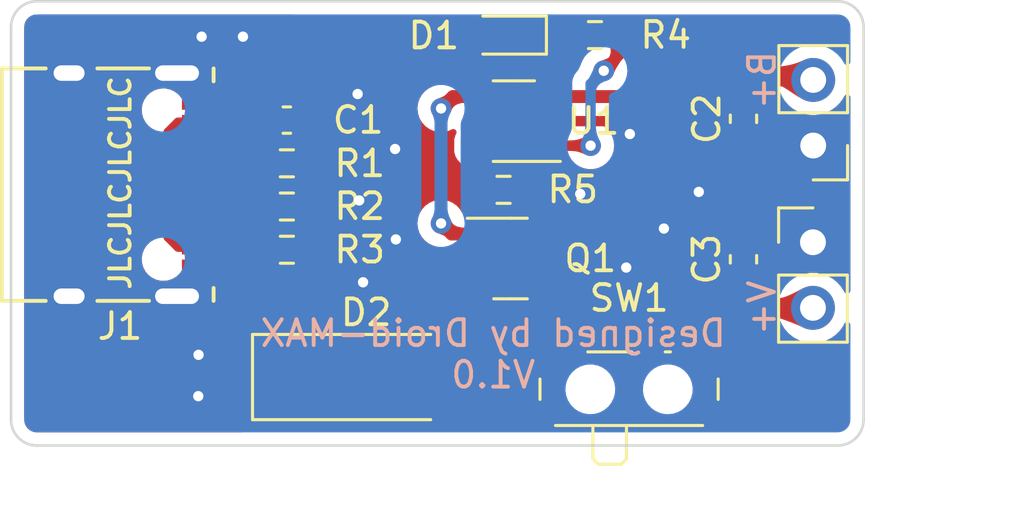
<source format=kicad_pcb>
(kicad_pcb (version 20211014) (generator pcbnew)
  (title_block (title "tmi4054") (date "2022-12-06") (rev "Rev1"))
  (layers (0 "F.Cu" signal) (31 "B.Cu" signal) (34 "B.Paste" user) (35 "F.Paste" user) (36 "B.SilkS" user "B.Silkscreen") (37 "F.SilkS" user "F.Silkscreen") (38 "B.Mask" user) (39 "F.Mask" user) (44 "Edge.Cuts" user))
  (net 0 "")
  (net 1 "Net-(J1-PadA5)")
  (net 2 "GND")
  (net 3 "Net-(J1-PadB5)")
  (net 4 "VCC")
  (net 5 "Net-(D1-Pad1)")
  (net 6 "Net-(R4-Pad2)")
  (net 7 "Net-(R5-Pad2)")
  (net 8 "/VBAT")
  (net 9 "Net-(D2-Pad2)")
  (net 16 "/VOUT")
  (footprint "Capacitor_SMD:C_0603_1608Metric_Pad1.08x0.95mm_HandSolder" (layer "F.Cu") (at 173.36 126.8 -90)
    (fp_text reference "C2" (at 0 1.42 90) (layer "F.SilkS"))
    (fp_text value "10uF")
    (fp_line (start -0.146267 -0.51) (end 0.146267 -0.51) (layer "F.SilkS") (width 0.12))
    (fp_line (start -0.146267 0.51) (end 0.146267 0.51) (layer "F.SilkS") (width 0.12))
    (pad "1" smd roundrect (at -0.8625 0 270) (size 1.075 0.95) (layers "F.Cu" "F.Paste" "F.Mask") (net 8 "/VBAT"))
    (pad "2" smd roundrect (at 0.8625 0 270) (size 1.075 0.95) (layers "F.Cu" "F.Paste" "F.Mask") (net 2 "GND"))
  )
  (footprint "Resistor_SMD:R_0603_1608Metric_Pad0.98x0.95mm_HandSolder" (layer "F.Cu") (at 155.68 131.87)
    (fp_text reference "R3" (at 2.82 0) (layer "F.SilkS"))
    (fp_text value "10K")
    (fp_line (start -0.254724 0.5225) (end 0.254724 0.5225) (layer "F.SilkS") (width 0.12))
    (fp_line (start -0.254724 -0.5225) (end 0.254724 -0.5225) (layer "F.SilkS") (width 0.12))
    (pad "1" smd roundrect (at -0.9125 0) (size 0.975 0.95) (layers "F.Cu" "F.Paste" "F.Mask") (net 4 "VCC"))
    (pad "2" smd roundrect (at 0.9125 0) (size 0.975 0.95) (layers "F.Cu" "F.Paste" "F.Mask") (net 2 "GND"))
  )
  (footprint "Button_Switch_SMD:SW_SPDT_PCM12" (layer "F.Cu") (at 168.93 136.945)
    (fp_text reference "SW1" (at 0 -3.2) (layer "F.SilkS"))
    (fp_text value "SW_SPDT" hide)
    (fp_line (start -0.1 3.02) (end -0.3 3.23) (layer "F.SilkS") (width 0.12))
    (fp_line (start -2.85 1.73) (end 2.85 1.73) (layer "F.SilkS") (width 0.12))
    (fp_line (start 1.4 -1.12) (end 1.6 -1.12) (layer "F.SilkS") (width 0.12))
    (fp_line (start -0.1 3.02) (end -0.1 1.73) (layer "F.SilkS") (width 0.12))
    (fp_line (start -3.45 -0.07) (end -3.45 0.72) (layer "F.SilkS") (width 0.12))
    (fp_line (start -1.2 3.23) (end -0.3 3.23) (layer "F.SilkS") (width 0.12))
    (fp_line (start -1.4 3.02) (end -1.2 3.23) (layer "F.SilkS") (width 0.12))
    (fp_line (start -1.4 1.73) (end -1.4 3.02) (layer "F.SilkS") (width 0.12))
    (fp_line (start 3.45 0.72) (end 3.45 -0.07) (layer "F.SilkS") (width 0.12))
    (fp_line (start -1.6 -1.12) (end 0.1 -1.12) (layer "F.SilkS") (width 0.12))
    (pad "" smd rect (at 3.65 -0.78) (size 1 0.8) (layers "F.Cu" "F.Paste" "F.Mask"))
    (pad "" np_thru_hole circle (at -1.5 0.33) (size 0.9 0.9) (drill 0.9) (layers *.Cu *.Mask))
    (pad "" smd rect (at -3.65 -0.78) (size 1 0.8) (layers "F.Cu" "F.Paste" "F.Mask"))
    (pad "" smd rect (at 3.65 1.43) (size 1 0.8) (layers "F.Cu" "F.Paste" "F.Mask"))
    (pad "" np_thru_hole circle (at 1.5 0.33) (size 0.9 0.9) (drill 0.9) (layers *.Cu *.Mask))
    (pad "" smd rect (at -3.65 1.43) (size 1 0.8) (layers "F.Cu" "F.Paste" "F.Mask"))
    (pad "1" smd rect (at -2.25 -1.43) (size 0.7 1.5) (layers "F.Cu" "F.Paste" "F.Mask") (net 9 "Net-(D2-Pad2)"))
    (pad "2" smd rect (at 0.75 -1.43) (size 0.7 1.5) (layers "F.Cu" "F.Paste" "F.Mask") (net 16 "/VOUT"))
    (pad "3" smd rect (at 2.25 -1.43) (size 0.7 1.5) (layers "F.Cu" "F.Paste" "F.Mask"))
  )
  (footprint "Capacitor_SMD:C_0603_1608Metric_Pad1.08x0.95mm_HandSolder" (layer "F.Cu") (at 155.68 126.85 180)
    (fp_text reference "C1" (at -2.76 0) (layer "F.SilkS"))
    (fp_text value "10uF")
    (fp_line (start -0.146267 0.51) (end 0.146267 0.51) (layer "F.SilkS") (width 0.12))
    (fp_line (start -0.146267 -0.51) (end 0.146267 -0.51) (layer "F.SilkS") (width 0.12))
    (pad "1" smd roundrect (at -0.8625 0 180) (size 1.075 0.95) (layers "F.Cu" "F.Paste" "F.Mask") (net 2 "GND"))
    (pad "2" smd roundrect (at 0.8625 0 180) (size 1.075 0.95) (layers "F.Cu" "F.Paste" "F.Mask") (net 4 "VCC"))
  )
  (footprint "Connector_PinHeader_2.54mm:PinHeader_1x02_P2.54mm_Vertical" (layer "F.Cu") (at 176.05 131.58)
    (fp_text reference "J3" hide)
    (fp_text value "Conn_01x02_Male" hide)
    (fp_line (start -1.33 3.87) (end 1.33 3.87) (layer "F.SilkS") (width 0.12))
    (fp_line (start -1.33 1.27) (end -1.33 3.87) (layer "F.SilkS") (width 0.12))
    (fp_line (start -1.33 -1.33) (end 0 -1.33) (layer "F.SilkS") (width 0.12))
    (fp_line (start 1.33 1.27) (end 1.33 3.87) (layer "F.SilkS") (width 0.12))
    (fp_line (start -1.33 1.27) (end 1.33 1.27) (layer "F.SilkS") (width 0.12))
    (fp_line (start -1.33 0) (end -1.33 -1.33) (layer "F.SilkS") (width 0.12))
    (pad "1" thru_hole rect (at 0 0) (size 1.7 1.7) (drill 1) (layers *.Cu *.Mask) (net 2 "GND"))
    (pad "2" thru_hole oval (at 0 2.54) (size 1.7 1.7) (drill 1) (layers *.Cu *.Mask) (net 16 "/VOUT"))
  )
  (footprint "LED_SMD:LED_0603_1608Metric_Pad1.05x0.95mm_HandSolder" (layer "F.Cu") (at 164.07 123.56 180)
    (fp_text reference "D1" (at 2.7 -0.02) (layer "F.SilkS"))
    (fp_text value "LED")
    (fp_line (start 0.8 -0.735) (end -1.66 -0.735) (layer "F.SilkS") (width 0.12))
    (fp_line (start -1.66 -0.735) (end -1.66 0.735) (layer "F.SilkS") (width 0.12))
    (fp_line (start -1.66 0.735) (end 0.8 0.735) (layer "F.SilkS") (width 0.12))
    (pad "1" smd roundrect (at -0.875 0 180) (size 1.05 0.95) (layers "F.Cu" "F.Paste" "F.Mask") (net 5 "Net-(D1-Pad1)"))
    (pad "2" smd roundrect (at 0.875 0 180) (size 1.05 0.95) (layers "F.Cu" "F.Paste" "F.Mask") (net 4 "VCC"))
  )
  (footprint "Resistor_SMD:R_0603_1608Metric_Pad0.98x0.95mm_HandSolder" (layer "F.Cu") (at 164.07 129.55)
    (fp_text reference "R5" (at 2.68 -0.01) (layer "F.SilkS"))
    (fp_text value "1.4K")
    (fp_line (start -0.254724 -0.5225) (end 0.254724 -0.5225) (layer "F.SilkS") (width 0.12))
    (fp_line (start -0.254724 0.5225) (end 0.254724 0.5225) (layer "F.SilkS") (width 0.12))
    (pad "1" smd roundrect (at -0.9125 0) (size 0.975 0.95) (layers "F.Cu" "F.Paste" "F.Mask") (net 2 "GND"))
    (pad "2" smd roundrect (at 0.9125 0) (size 0.975 0.95) (layers "F.Cu" "F.Paste" "F.Mask") (net 7 "Net-(R5-Pad2)"))
  )
  (footprint "Package_TO_SOT_SMD:SOT-23" (layer "F.Cu") (at 164.34 132.21)
    (fp_text reference "Q1" (at 3.09 0) (layer "F.SilkS"))
    (fp_text value "AO3401A")
    (fp_line (start 0 -1.56) (end -1.675 -1.56) (layer "F.SilkS") (width 0.12))
    (fp_line (start 0 1.56) (end 0.65 1.56) (layer "F.SilkS") (width 0.12))
    (fp_line (start 0 1.56) (end -0.65 1.56) (layer "F.SilkS") (width 0.12))
    (fp_line (start 0 -1.56) (end 0.65 -1.56) (layer "F.SilkS") (width 0.12))
    (pad "1" smd roundrect (at -0.9375 -0.95) (size 1.475 0.6) (layers "F.Cu" "F.Paste" "F.Mask") (net 4 "VCC"))
    (pad "2" smd roundrect (at -0.9375 0.95) (size 1.475 0.6) (layers "F.Cu" "F.Paste" "F.Mask") (net 9 "Net-(D2-Pad2)"))
    (pad "3" smd roundrect (at 0.9375 0) (size 1.475 0.6) (layers "F.Cu" "F.Paste" "F.Mask") (net 8 "/VBAT"))
  )
  (footprint "Resistor_SMD:R_0603_1608Metric_Pad0.98x0.95mm_HandSolder" (layer "F.Cu") (at 167.61 123.56)
    (fp_text reference "R4" (at 2.74 0) (layer "F.SilkS"))
    (fp_text value "1K")
    (fp_line (start -0.254724 0.5225) (end 0.254724 0.5225) (layer "F.SilkS") (width 0.12))
    (fp_line (start -0.254724 -0.5225) (end 0.254724 -0.5225) (layer "F.SilkS") (width 0.12))
    (pad "1" smd roundrect (at -0.9125 0) (size 0.975 0.95) (layers "F.Cu" "F.Paste" "F.Mask") (net 5 "Net-(D1-Pad1)"))
    (pad "2" smd roundrect (at 0.9125 0) (size 0.975 0.95) (layers "F.Cu" "F.Paste" "F.Mask") (net 6 "Net-(R4-Pad2)"))
  )
  (footprint "Resistor_SMD:R_0603_1608Metric_Pad0.98x0.95mm_HandSolder" (layer "F.Cu") (at 155.68 130.196666)
    (fp_text reference "R2" (at 2.82 -0.006666) (layer "F.SilkS"))
    (fp_text value "5.1K")
    (fp_line (start -0.254724 0.5225) (end 0.254724 0.5225) (layer "F.SilkS") (width 0.12))
    (fp_line (start -0.254724 -0.5225) (end 0.254724 -0.5225) (layer "F.SilkS") (width 0.12))
    (pad "1" smd roundrect (at -0.9125 0) (size 0.975 0.95) (layers "F.Cu" "F.Paste" "F.Mask") (net 3 "Net-(J1-PadB5)"))
    (pad "2" smd roundrect (at 0.9125 0) (size 0.975 0.95) (layers "F.Cu" "F.Paste" "F.Mask") (net 2 "GND"))
  )
  (footprint "Diode_SMD:D_SMA_Handsoldering" (layer "F.Cu") (at 158.75 136.8)
    (fp_text reference "D2" (at 0 -2.5) (layer "F.SilkS"))
    (fp_text value "SS22" hide)
    (fp_line (start -4.4 -1.65) (end 2.5 -1.65) (layer "F.SilkS") (width 0.12))
    (fp_line (start -4.4 -1.65) (end -4.4 1.65) (layer "F.SilkS") (width 0.12))
    (fp_line (start -4.4 1.65) (end 2.5 1.65) (layer "F.SilkS") (width 0.12))
    (pad "1" smd rect (at -2.5 0) (size 3.5 1.8) (layers "F.Cu" "F.Paste" "F.Mask") (net 4 "VCC"))
    (pad "2" smd rect (at 2.5 0) (size 3.5 1.8) (layers "F.Cu" "F.Paste" "F.Mask") (net 9 "Net-(D2-Pad2)"))
  )
  (footprint "Resistor_SMD:R_0603_1608Metric_Pad0.98x0.95mm_HandSolder" (layer "F.Cu") (at 155.68 128.523333)
    (fp_text reference "R1" (at 2.82 0.006667) (layer "F.SilkS"))
    (fp_text value "5.1K")
    (fp_line (start -0.254724 0.5225) (end 0.254724 0.5225) (layer "F.SilkS") (width 0.12))
    (fp_line (start -0.254724 -0.5225) (end 0.254724 -0.5225) (layer "F.SilkS") (width 0.12))
    (pad "1" smd roundrect (at -0.9125 0) (size 0.975 0.95) (layers "F.Cu" "F.Paste" "F.Mask") (net 1 "Net-(J1-PadA5)"))
    (pad "2" smd roundrect (at 0.9125 0) (size 0.975 0.95) (layers "F.Cu" "F.Paste" "F.Mask") (net 2 "GND"))
  )
  (footprint "footprints:USB-C_16Pin" (layer "F.Cu") (at 152.3425 129.35 -90)
    (fp_text reference "J1" (at 5.48 3.1225) (layer "F.SilkS"))
    (fp_text value "USB_C_Receptacle_USB2.0" hide)
    (fp_line (start 4.5 6) (end 4.5 7.695) (layer "F.SilkS") (width 0.15))
    (fp_line (start -4.5 -0.5) (end -4 -0.5) (layer "F.SilkS") (width 0.15))
    (fp_line (start 4.5 4) (end 4.5 2) (layer "F.SilkS") (width 0.15))
    (fp_line (start 4 -0.5) (end 4.5 -0.5) (layer "F.SilkS") (width 0.15))
    (fp_line (start -4.5 7.695) (end -4.5 6) (layer "F.SilkS") (width 0.15))
    (fp_line (start -4.5 2) (end -4.5 4) (layer "F.SilkS") (width 0.15))
    (fp_line (start 4.5 7.695) (end -4.5 7.695) (layer "F.SilkS") (width 0.15))
    (pad "" np_thru_hole circle locked (at -2.89 1.445 270) (size 0.65 0.65) (drill 0.65) (layers *.Cu *.Mask))
    (pad "" np_thru_hole circle locked (at 2.89 1.445 270) (size 0.65 0.65) (drill 0.65) (layers *.Cu *.Mask))
    (pad "A1" smd rect locked (at -3.2 0 270) (size 0.6 1.45) (layers "F.Cu" "F.Paste" "F.Mask") (net 2 "GND"))
    (pad "A4" smd rect locked (at -2.4 0 270) (size 0.6 1.45) (layers "F.Cu" "F.Paste" "F.Mask") (net 4 "VCC"))
    (pad "A5" smd rect locked (at -1.25 0 270) (size 0.3 1.45) (layers "F.Cu" "F.Paste" "F.Mask") (net 1 "Net-(J1-PadA5)"))
    (pad "A6" smd rect locked (at -0.25 0 270) (size 0.3 1.45) (layers "F.Cu" "F.Paste" "F.Mask"))
    (pad "A7" smd rect locked (at 0.25 0 270) (size 0.3 1.45) (layers "F.Cu" "F.Paste" "F.Mask"))
    (pad "A8" smd rect locked (at 1.25 0 270) (size 0.3 1.45) (layers "F.Cu" "F.Paste" "F.Mask"))
    (pad "B1" smd rect locked (at 3.2 0 270) (size 0.6 1.45) (layers "F.Cu" "F.Paste" "F.Mask") (net 2 "GND"))
    (pad "B4" smd rect locked (at 2.4 0 270) (size 0.6 1.45) (layers "F.Cu" "F.Paste" "F.Mask") (net 4 "VCC"))
    (pad "B5" smd rect locked (at 1.75 0 270) (size 0.3 1.45) (layers "F.Cu" "F.Paste" "F.Mask") (net 3 "Net-(J1-PadB5)"))
    (pad "B6" smd rect locked (at 0.75 0 270) (size 0.3 1.45) (layers "F.Cu" "F.Paste" "F.Mask"))
    (pad "B7" smd rect locked (at -0.75 0 270) (size 0.3 1.45) (layers "F.Cu" "F.Paste" "F.Mask"))
    (pad "B8" smd rect locked (at -1.75 0 270) (size 0.3 1.45) (layers "F.Cu" "F.Paste" "F.Mask"))
    (pad "S1" thru_hole oval locked (at -4.32 0.915 270) (size 1 2.1) (drill oval 0.6 1.7) (layers *.Cu *.Mask) (net 2 "GND"))
    (pad "S1" thru_hole oval locked (at 4.32 5.095 270) (size 1 1.6) (drill oval 0.6 1.2) (layers *.Cu *.Mask) (net 2 "GND"))
    (pad "S1" thru_hole oval locked (at 4.32 0.915 270) (size 1 2.1) (drill oval 0.6 1.7) (layers *.Cu *.Mask) (net 2 "GND"))
    (pad "S1" thru_hole oval locked (at -4.32 5.095 270) (size 1 1.6) (drill oval 0.6 1.2) (layers *.Cu *.Mask) (net 2 "GND"))
  )
  (footprint "Connector_PinHeader_2.54mm:PinHeader_1x02_P2.54mm_Vertical" (layer "F.Cu") (at 176.06 127.835 180)
    (fp_text reference "J2" hide)
    (fp_text value "Conn_01x02_Male" hide)
    (fp_line (start 1.33 1.27) (end 1.33 3.87) (layer "F.SilkS") (width 0.12))
    (fp_line (start -1.33 -1.33) (end 0 -1.33) (layer "F.SilkS") (width 0.12))
    (fp_line (start -1.33 3.87) (end 1.33 3.87) (layer "F.SilkS") (width 0.12))
    (fp_line (start -1.33 1.27) (end 1.33 1.27) (layer "F.SilkS") (width 0.12))
    (fp_line (start -1.33 0) (end -1.33 -1.33) (layer "F.SilkS") (width 0.12))
    (fp_line (start -1.33 1.27) (end -1.33 3.87) (layer "F.SilkS") (width 0.12))
    (pad "1" thru_hole rect (at 0 0 180) (size 1.7 1.7) (drill 1) (layers *.Cu *.Mask) (net 2 "GND"))
    (pad "2" thru_hole oval (at 0 2.54 180) (size 1.7 1.7) (drill 1) (layers *.Cu *.Mask) (net 8 "/VBAT"))
  )
  (footprint "Capacitor_SMD:C_0603_1608Metric_Pad1.08x0.95mm_HandSolder" (layer "F.Cu") (at 173.36 132.24 90)
    (fp_text reference "C3" (at 0 -1.43 90) (layer "F.SilkS"))
    (fp_text value "22uF")
    (fp_line (start -0.146267 0.51) (end 0.146267 0.51) (layer "F.SilkS") (width 0.12))
    (fp_line (start -0.146267 -0.51) (end 0.146267 -0.51) (layer "F.SilkS") (width 0.12))
    (pad "1" smd roundrect (at -0.8625 0 90) (size 1.075 0.95) (layers "F.Cu" "F.Paste" "F.Mask") (net 16 "/VOUT"))
    (pad "2" smd roundrect (at 0.8625 0 90) (size 1.075 0.95) (layers "F.Cu" "F.Paste" "F.Mask") (net 2 "GND"))
  )
  (footprint "Package_TO_SOT_SMD:TSOT-23-5" (layer "F.Cu") (at 164.47 126.89 180)
    (fp_text reference "U1" (at -3.08 0) (layer "F.SilkS"))
    (fp_text value "LTC4054ES5-4.2" hide)
    (fp_line (start 0 1.56) (end -0.8 1.56) (layer "F.SilkS") (width 0.12))
    (fp_line (start 0 1.56) (end 0.8 1.56) (layer "F.SilkS") (width 0.12))
    (fp_line (start 0 -1.56) (end 0.8 -1.56) (layer "F.SilkS") (width 0.12))
    (fp_line (start 0 -1.56) (end -1.8 -1.56) (layer "F.SilkS") (width 0.12))
    (pad "1" smd roundrect (at -1.1375 -0.95 180) (size 1.325 0.6) (layers "F.Cu" "F.Paste" "F.Mask") (net 6 "Net-(R4-Pad2)"))
    (pad "2" smd roundrect (at -1.1375 0 180) (size 1.325 0.6) (layers "F.Cu" "F.Paste" "F.Mask") (net 2 "GND"))
    (pad "3" smd roundrect (at -1.1375 0.95 180) (size 1.325 0.6) (layers "F.Cu" "F.Paste" "F.Mask") (net 8 "/VBAT"))
    (pad "4" smd roundrect (at 1.1375 0.95 180) (size 1.325 0.6) (layers "F.Cu" "F.Paste" "F.Mask") (net 4 "VCC"))
    (pad "5" smd roundrect (at 1.1375 -0.95 180) (size 1.325 0.6) (layers "F.Cu" "F.Paste" "F.Mask") (net 7 "Net-(R5-Pad2)"))
  )
  (gr_line (start 146 122.25) (end 177.01 122.25) (layer "Edge.Cuts") (width 0.1))
  (gr_arc (start 177.01 122.25) (mid 177.717107 122.542893) (end 178.01 123.25) (layer "Edge.Cuts") (width 0.1))
  (gr_arc (start 145 123.25) (mid 145.292893 122.542893) (end 146 122.25) (layer "Edge.Cuts") (width 0.1))
  (gr_arc (start 178.01 138.45) (mid 177.717107 139.157107) (end 177.01 139.45) (layer "Edge.Cuts") (width 0.1))
  (gr_line (start 177.01 139.45) (end 146 139.45) (layer "Edge.Cuts") (width 0.1))
  (gr_line (start 178.01 123.25) (end 178.01 138.45) (layer "Edge.Cuts") (width 0.1))
  (gr_arc (start 146 139.45) (mid 145.292893 139.157107) (end 145 138.45) (layer "Edge.Cuts") (width 0.1))
  (gr_line (start 145 123.25) (end 145 138.45) (layer "Edge.Cuts") (width 0.1))
  (gr_text "B+" (at 174.08 125.3 90) (layer "B.SilkS") (effects (font (size 1 1)) (justify mirror)))
  (gr_text "V+" (at 174.08 134.12 90) (layer "B.SilkS") (effects (font (size 1 1)) (justify mirror)))
  (gr_text "Designed by Droid-MAX\nV1.0" (at 163.67 135.91) (layer "B.SilkS") (effects (font (size 1 1)) (justify mirror)))
  (gr_text "JLCJLCJLCJLC" (at 149.23 129.28 90) (layer "F.SilkS") (effects (font (size 0.8 0.8))))
  (segment (start 151.94 128.11) (end 154.354167 128.11) (width 0.254) (layer "F.Cu") (net 1))
  (segment (start 154.354167 128.11) (end 154.7675 128.523333) (width 0.254) (layer "F.Cu") (net 1))
  (segment (start 165.6075 126.89) (end 168.46 126.89) (width 0.4) (layer "F.Cu") (net 2))
  (segment (start 168.46 126.89) (end 168.96 127.39) (width 0.4) (layer "F.Cu") (net 2))
  (via (at 168.82 132.56) (size 0.8) (drill 0.4) (layers "F.Cu" "B.Cu") (net 2))
  (via (at 170.28 131.05) (size 0.8) (drill 0.4) (layers "F.Cu" "B.Cu") (net 2))
  (via (at 168.96 127.39) (size 0.8) (drill 0.4) (layers "F.Cu" "B.Cu") (net 2))
  (via (at 152.26 135.94) (size 0.8) (drill 0.4) (layers "F.Cu" "B.Cu") (net 2))
  (via (at 158.48 129.96) (size 0.8) (drill 0.4) (layers "F.Cu" "B.Cu") (net 2))
  (via (at 152.38 123.62) (size 0.8) (drill 0.4) (layers "F.Cu" "B.Cu") (net 2))
  (via (at 158.42 125.84) (size 0.8) (drill 0.4) (layers "F.Cu" "B.Cu") (net 2))
  (via (at 153.98 123.62) (size 0.8) (drill 0.4) (layers "F.Cu" "B.Cu") (net 2))
  (via (at 159.9 131.47) (size 0.8) (drill 0.4) (layers "F.Cu" "B.Cu") (net 2))
  (via (at 167.04 129.71) (size 0.8) (drill 0.4) (layers "F.Cu" "B.Cu") (net 2))
  (via (at 152.25 137.54) (size 0.8) (drill 0.4) (layers "F.Cu" "B.Cu") (net 2))
  (via (at 159.87 127.97) (size 0.8) (drill 0.4) (layers "F.Cu" "B.Cu") (net 2))
  (via (at 158.63 133.13) (size 0.8) (drill 0.4) (layers "F.Cu" "B.Cu") (net 2))
  (via (at 171.63 129.63) (size 0.8) (drill 0.4) (layers "F.Cu" "B.Cu") (net 2))
  (segment (start 153.854166 131.11) (end 154.7675 130.196666) (width 0.254) (layer "F.Cu") (net 3))
  (segment (start 151.94 131.11) (end 153.854166 131.11) (width 0.254) (layer "F.Cu") (net 3))
  (segment (start 154.7675 131.87) (end 154.7675 133.6075) (width 0.5) (layer "F.Cu") (net 4))
  (segment (start 152.3425 131.75) (end 154.6475 131.75) (width 0.5) (layer "F.Cu") (net 4))
  (segment (start 151.94 126.96) (end 151.83 127.07) (width 0.24) (layer "F.Cu") (net 4))
  (segment (start 163.3325 125.94) (end 162.11 125.94) (width 0.5) (layer "F.Cu") (net 4))
  (segment (start 152.3425 131.75) (end 151.48 131.75) (width 0.4) (layer "F.Cu") (net 4))
  (segment (start 152.3425 126.95) (end 154.7175 126.95) (width 0.5) (layer "F.Cu") (net 4))
  (segment (start 156.46 123.56) (end 154.8175 125.2025) (width 0.5) (layer "F.Cu") (net 4))
  (segment (start 154.7175 126.95) (end 154.8175 126.85) (width 0.5) (layer "F.Cu") (net 4))
  (segment (start 156.25 135.09) (end 154.7675 133.6075) (width 0.5) (layer "F.Cu") (net 4))
  (segment (start 163.195 123.56) (end 163.195 125.8025) (width 0.5) (layer "F.Cu") (net 4))
  (segment (start 163.195 123.56) (end 156.46 123.56) (width 0.5) (layer "F.Cu") (net 4))
  (segment (start 154.6475 131.75) (end 154.7675 131.87) (width 0.5) (layer "F.Cu") (net 4))
  (segment (start 151.1 127.3275) (end 151.4775 126.95) (width 0.4) (layer "F.Cu") (net 4))
  (segment (start 162.11 125.94) (end 161.65 126.4) (width 0.5) (layer "F.Cu") (net 4))
  (segment (start 163.4025 131.26) (end 162.06 131.26) (width 0.5) (layer "F.Cu") (net 4))
  (segment (start 156.25 136.8) (end 156.25 135.09) (width 0.5) (layer "F.Cu") (net 4))
  (segment (start 151.1 131.37) (end 151.1 127.3275) (width 0.4) (layer "F.Cu") (net 4))
  (segment (start 162.06 131.26) (end 161.65 130.85) (width 0.5) (layer "F.Cu") (net 4))
  (segment (start 154.8175 126.85) (end 154.8175 125.2025) (width 0.5) (layer "F.Cu") (net 4))
  (segment (start 151.48 131.75) (end 151.1 131.37) (width 0.4) (layer "F.Cu") (net 4))
  (segment (start 163.195 125.8025) (end 163.3325 125.94) (width 0.5) (layer "F.Cu") (net 4))
  (segment (start 151.4775 126.95) (end 152.3425 126.95) (width 0.4) (layer "F.Cu") (net 4))
  (via (at 161.65 126.4) (size 0.8) (drill 0.4) (layers "F.Cu" "B.Cu") (net 4))
  (via (at 161.65 130.85) (size 0.8) (drill 0.4) (layers "F.Cu" "B.Cu") (net 4))
  (segment (start 161.65 130.85) (end 161.65 126.4) (width 0.5) (layer "B.Cu") (net 4))
  (segment (start 164.945 123.56) (end 166.6975 123.56) (width 0.4) (layer "F.Cu") (net 5))
  (segment (start 168.5225 123.56) (end 168.5225 124.3675) (width 0.4) (layer "F.Cu") (net 6))
  (segment (start 167.44 127.84) (end 165.6075 127.84) (width 0.4) (layer "F.Cu") (net 6))
  (segment (start 168.5225 124.3675) (end 167.95 124.94) (width 0.4) (layer "F.Cu") (net 6))
  (via (at 167.44 127.84) (size 0.8) (drill 0.4) (layers "F.Cu" "B.Cu") (net 6))
  (via (at 167.95 124.94) (size 0.8) (drill 0.4) (layers "F.Cu" "B.Cu") (net 6))
  (segment (start 167.44 125.45) (end 167.44 127.84) (width 0.4) (layer "B.Cu") (net 6))
  (segment (start 167.95 124.94) (end 167.44 125.45) (width 0.4) (layer "B.Cu") (net 6))
  (segment (start 163.3325 128.4125) (end 163.525 128.605) (width 0.4) (layer "F.Cu") (net 7))
  (segment (start 163.525 128.605) (end 163.525 128.61) (width 0.4) (layer "F.Cu") (net 7))
  (segment (start 163.3325 127.84) (end 163.3325 128.4125) (width 0.4) (layer "F.Cu") (net 7))
  (segment (start 164.8 128.61) (end 164.9825 128.7925) (width 0.4) (layer "F.Cu") (net 7))
  (segment (start 163.525 128.61) (end 164.8 128.61) (width 0.4) (layer "F.Cu") (net 7))
  (segment (start 164.9825 128.7925) (end 164.9825 129.55) (width 0.4) (layer "F.Cu") (net 7))
  (segment (start 176.06 125.295) (end 174.0025 125.295) (width 0.5) (layer "F.Cu") (net 8))
  (segment (start 165.2775 132.21) (end 166.93 132.21) (width 0.5) (layer "F.Cu") (net 8))
  (segment (start 166.93 132.21) (end 170.44 128.7) (width 0.5) (layer "F.Cu") (net 8))
  (segment (start 174.0025 125.295) (end 173.36 125.9375) (width 0.5) (layer "F.Cu") (net 8))
  (segment (start 170.44 125.94) (end 173.3575 125.94) (width 0.5) (layer "F.Cu") (net 8))
  (segment (start 173.3575 125.94) (end 173.36 125.9375) (width 0.5) (layer "F.Cu") (net 8))
  (segment (start 170.44 128.7) (end 170.44 125.94) (width 0.5) (layer "F.Cu") (net 8))
  (segment (start 165.6075 125.94) (end 170.44 125.94) (width 0.5) (layer "F.Cu") (net 8))
  (segment (start 161.25 136.8) (end 161.25 134.26) (width 0.5) (layer "F.Cu") (net 9))
  (segment (start 166.68 134.5) (end 165.34 133.16) (width 0.5) (layer "F.Cu") (net 9))
  (segment (start 161.25 134.26) (end 162.35 133.16) (width 0.5) (layer "F.Cu") (net 9))
  (segment (start 165.34 133.16) (end 163.4025 133.16) (width 0.5) (layer "F.Cu") (net 9))
  (segment (start 166.68 135.515) (end 166.68 134.5) (width 0.5) (layer "F.Cu") (net 9))
  (segment (start 162.35 133.16) (end 163.4025 133.16) (width 0.5) (layer "F.Cu") (net 9))
  (segment (start 169.68 134.59) (end 171.1675 133.1025) (width 0.5) (layer "F.Cu") (net 16))
  (segment (start 174.3775 134.12) (end 173.36 133.1025) (width 0.5) (layer "F.Cu") (net 16))
  (segment (start 171.1675 133.1025) (end 173.36 133.1025) (width 0.5) (layer "F.Cu") (net 16))
  (segment (start 169.68 135.515) (end 169.68 134.59) (width 0.5) (layer "F.Cu") (net 16))
  (segment (start 176.05 134.12) (end 174.3775 134.12) (width 0.5) (layer "F.Cu") (net 16))
  (zone (net 1) (net_name "Net-(J1-PadA5)") (layer "F.Cu") (priority 16962) (connect_pads yes (clearance 0)) (min_thickness 0.0254) (fill yes (thermal_gap 0.508) (thermal_bridge_width 0.508))
    (polygon (pts (xy 153.603709 128.237) (xy 153.72267 128.240123) (xy 153.828073 128.250071) (xy 153.921047 128.267709) (xy 154.002723 128.293902) (xy 154.074231 128.329518) (xy 154.136701 128.37542) (xy 154.191264 128.432475) (xy 154.239049 128.501549) (xy 154.281186 128.583507) (xy 154.318808 128.679216) (xy 154.935437 128.69127) (xy 154.923383 128.074641) (xy 154.773189 128.026528) (xy 154.642461 127.993135) (xy 154.525418 127.972187) (xy 154.416279 127.961411) (xy 154.309263 127.958532) (xy 154.19859 127.961276) (xy 154.078479 127.967369) (xy 153.943149 127.974536) (xy 153.786819 127.980505) (xy 153.603709 127.983)))
  )
  (zone (net 6) (net_name "Net-(R4-Pad2)") (layer "F.Cu") (priority 16962) (connect_pads yes (clearance 0)) (min_thickness 0.0254) (fill yes (thermal_gap 0.508) (thermal_bridge_width 0.508))
    (polygon (pts (xy 168.290923 124.88192) (xy 168.41434 124.752453) (xy 168.51288 124.636427) (xy 168.591081 124.5303) (xy 168.653477 124.43053) (xy 168.704605 124.333574) (xy 168.749002 124.235892) (xy 168.791203 124.133939) (xy 168.835746 124.024176) (xy 168.887166 123.903059) (xy 168.95 123.767047) (xy 168.5225 123.3225) (xy 168.095 123.767047) (xy 168.137203 123.858035) (xy 168.172273 123.944772) (xy 168.198641 124.028204) (xy 168.214744 124.109277) (xy 168.219014 124.188934) (xy 168.209886 124.268121) (xy 168.185795 124.347784) (xy 168.145174 124.428868) (xy 168.086457 124.512317) (xy 168.00808 124.599077)))
  )
  (zone (net 4) (net_name "VCC") (layer "F.Cu") (priority 16962) (connect_pads yes (clearance 0)) (min_thickness 0.0254) (fill yes (thermal_gap 0.508) (thermal_bridge_width 0.508))
    (polygon (pts (xy 162.579461 125.69) (xy 162.425105 125.695689) (xy 162.292691 125.711704) (xy 162.178015 125.736466) (xy 162.07687 125.768398) (xy 161.985054 125.80592) (xy 161.898361 125.847455) (xy 161.812587 125.891424) (xy 161.723527 125.936249) (xy 161.626976 125.980352) (xy 161.51873 126.022154) (xy 161.508579 126.541421) (xy 162.027846 126.53127) (xy 162.053501 126.46712) (xy 162.08405 126.409506) (xy 162.120118 126.358478) (xy 162.162327 126.314087) (xy 162.211301 126.276385) (xy 162.267663 126.245423) (xy 162.332037 126.221252) (xy 162.405045 126.203924) (xy 162.487312 126.193489) (xy 162.579461 126.19)))
  )
  (zone (net 16) (net_name "/VOUT") (layer "F.Cu") (priority 16962) (connect_pads yes (clearance 0)) (min_thickness 0.0254) (fill yes (thermal_gap 0.508) (thermal_bridge_width 0.508))
    (polygon (pts (xy 173.700446 133.796499) (xy 173.926352 134.009616) (xy 174.129159 134.175784) (xy 174.315197 134.303919) (xy 174.490793 134.402938) (xy 174.662276 134.48176) (xy 174.835974 134.5493) (xy 175.018217 134.614477) (xy 175.215332 134.686208) (xy 175.433648 134.773409) (xy 175.679494 134.885) (xy 176.475 134.12) (xy 175.679494 133.355) (xy 175.496729 133.447001) (xy 175.324248 133.536335) (xy 175.159878 133.617068) (xy 175.001448 133.683267) (xy 174.846786 133.728997) (xy 174.693721 133.748325) (xy 174.540082 133.735317) (xy 174.383696 133.684041) (xy 174.222392 133.588561) (xy 174.053999 133.442946)))
  )
  (zone (net 16) (net_name "/VOUT") (layer "F.Cu") (priority 16962) (connect_pads yes (clearance 0)) (min_thickness 0.0254) (fill yes (thermal_gap 0.508) (thermal_bridge_width 0.508))
    (polygon (pts (xy 169.542115 134.374333) (xy 169.45475 134.480316) (xy 169.401059 134.585195) (xy 169.374217 134.688786) (xy 169.367403 134.790905) (xy 169.373792 134.891369) (xy 169.386563 134.989994) (xy 169.398892 135.086597) (xy 169.403956 135.180995) (xy 169.394933 135.273003) (xy 169.365 135.362439) (xy 169.68 135.69) (xy 169.995 135.362439) (xy 169.963977 135.30515) (xy 169.92793 135.246104) (xy 169.8905 135.185444) (xy 169.855328 135.123316) (xy 169.826057 135.059867) (xy 169.806328 134.995241) (xy 169.799783 134.929584) (xy 169.810063 134.863042) (xy 169.84081 134.79576) (xy 169.895667 134.727885)))
  )
  (zone (net 7) (net_name "Net-(R5-Pad2)") (layer "F.Cu") (priority 16962) (connect_pads yes (clearance 0)) (min_thickness 0.0254) (fill yes (thermal_gap 0.508) (thermal_bridge_width 0.508))
    (polygon (pts (xy 164.480594 128.81) (xy 164.550678 128.819513) (xy 164.600965 128.846195) (xy 164.633658 128.887255) (xy 164.650961 128.939904) (xy 164.655078 129.001353) (xy 164.648212 129.068811) (xy 164.632567 129.13949) (xy 164.610348 129.210599) (xy 164.583757 129.27935) (xy 164.555 129.342953) (xy 164.9825 129.7875) (xy 165.41 129.342953) (xy 165.344058 129.197701) (xy 165.285377 129.057673) (xy 165.228985 128.925238) (xy 165.169909 128.802769) (xy 165.103175 128.692635) (xy 165.023811 128.597209) (xy 164.926844 128.518862) (xy 164.807301 128.459963) (xy 164.660208 128.422886) (xy 164.480594 128.41)))
  )
  (zone (net 8) (net_name "/VBAT") (layer "F.Cu") (priority 16962) (connect_pads yes (clearance 0)) (min_thickness 0.0254) (fill yes (thermal_gap 0.508) (thermal_bridge_width 0.508))
    (polygon (pts (xy 173.951235 125.699818) (xy 174.133905 125.548424) (xy 174.307197 125.46439) (xy 174.473889 125.438072) (xy 174.636763 125.459829) (xy 174.798598 125.520019) (xy 174.962174 125.609001) (xy 175.130272 125.717131) (xy 175.305671 125.834769) (xy 175.491152 125.952273) (xy 175.689494 126.06) (xy 176.485 125.295) (xy 175.689494 124.53) (xy 175.441604 124.633493) (xy 175.215115 124.699978) (xy 175.005227 124.741512) (xy 174.80714 124.770149) (xy 174.616056 124.797946) (xy 174.427174 124.836958) (xy 174.235695 124.89924) (xy 174.036819 124.996848) (xy 173.825748 125.141838) (xy 173.597682 125.346265)))
  )
  (zone (net 4) (net_name "VCC") (layer "F.Cu") (priority 16962) (connect_pads yes (clearance 0)) (min_thickness 0.0254) (fill yes (thermal_gap 0.508) (thermal_bridge_width 0.508))
    (polygon (pts (xy 151.5125 131.95) (xy 151.611483 131.949065) (xy 151.698893 131.946987) (xy 151.776649 131.944857) (xy 151.846668 131.943763) (xy 151.910868 131.944796) (xy 151.971169 131.949045) (xy 152.029487 131.957601) (xy 152.087742 131.971551) (xy 152.147851 131.991988) (xy 152.211734 132.02) (xy 152.4925 131.75) (xy 152.211734 131.48) (xy 152.147851 131.508011) (xy 152.087742 131.528448) (xy 152.029487 131.542398) (xy 151.971169 131.550954) (xy 151.910868 131.555203) (xy 151.846668 131.556236) (xy 151.776649 131.555142) (xy 151.698893 131.553012) (xy 151.611483 131.550934) (xy 151.5125 131.55)))
  )
  (zone (net 16) (net_name "/VOUT") (layer "F.Cu") (priority 16962) (connect_pads yes (clearance 0)) (min_thickness 0.0254) (fill yes (thermal_gap 0.508) (thermal_bridge_width 0.508))
    (polygon (pts (xy 172.035 133.3525) (xy 172.192985 133.352215) (xy 172.330025 133.352276) (xy 172.450125 133.354056) (xy 172.55729 133.358929) (xy 172.655526 133.368266) (xy 172.748838 133.383443) (xy 172.841231 133.405831) (xy 172.936711 133.436805) (xy 173.039283 133.477736) (xy 173.152953 133.53) (xy 173.5975 133.1025) (xy 173.152953 132.675) (xy 173.039283 132.727263) (xy 172.936711 132.768194) (xy 172.841231 132.799168) (xy 172.748838 132.821556) (xy 172.655526 132.836733) (xy 172.55729 132.84607) (xy 172.450125 132.850943) (xy 172.330025 132.852723) (xy 172.192985 132.852784) (xy 172.035 132.8525)))
  )
  (zone (net 4) (net_name "VCC") (layer "F.Cu") (priority 16962) (connect_pads yes (clearance 0)) (min_thickness 0.0254) (fill yes (thermal_gap 0.508) (thermal_bridge_width 0.508))
    (polygon (pts (xy 153.1725 131.5) (xy 153.071329 131.501086) (xy 152.977559 131.503774) (xy 152.891018 131.507205) (xy 152.811536 131.510522) (xy 152.73894 131.512868) (xy 152.67306 131.513384) (xy 152.613723 131.511213) (xy 152.56076 131.505497) (xy 152.513998 131.495378) (xy 152.473266 131.48) (xy 152.1925 131.75) (xy 152.473266 132.02) (xy 152.513998 132.004621) (xy 152.56076 131.994502) (xy 152.613723 131.988786) (xy 152.67306 131.986615) (xy 152.73894 131.987131) (xy 152.811536 131.989477) (xy 152.891018 131.992794) (xy 152.977559 131.996225) (xy 153.071329 131.998913) (xy 153.1725 132)))
  )
  (zone (net 4) (net_name "VCC") (layer "F.Cu") (priority 16962) (connect_pads yes (clearance 0)) (min_thickness 0.0254) (fill yes (thermal_gap 0.508) (thermal_bridge_width 0.508))
    (polygon (pts (xy 151.5125 127.15) (xy 151.611483 127.149065) (xy 151.698893 127.146987) (xy 151.776649 127.144857) (xy 151.846668 127.143763) (xy 151.910868 127.144796) (xy 151.971169 127.149045) (xy 152.029487 127.157601) (xy 152.087742 127.171551) (xy 152.147851 127.191988) (xy 152.211734 127.22) (xy 152.4925 126.95) (xy 152.211734 126.68) (xy 152.147851 126.708011) (xy 152.087742 126.728448) (xy 152.029487 126.742398) (xy 151.971169 126.750954) (xy 151.910868 126.755203) (xy 151.846668 126.756236) (xy 151.776649 126.755142) (xy 151.698893 126.753012) (xy 151.611483 126.750934) (xy 151.5125 126.75)))
  )
  (zone (net 16) (net_name "/VOUT") (layer "F.Cu") (priority 16962) (connect_pads yes (clearance 0)) (min_thickness 0.0254) (fill yes (thermal_gap 0.508) (thermal_bridge_width 0.508))
    (polygon (pts (xy 174.473692 133.862639) (xy 174.361778 133.751127) (xy 174.264919 133.654182) (xy 174.181254 133.568) (xy 174.108922 133.488778) (xy 174.046062 133.412712) (xy 173.990812 133.335999) (xy 173.941311 133.254836) (xy 173.895698 133.16542) (xy 173.852112 133.063948) (xy 173.808692 132.946617) (xy 173.192063 132.934563) (xy 173.204117 133.551192) (xy 173.321448 133.594612) (xy 173.42292 133.638198) (xy 173.512336 133.683811) (xy 173.593499 133.733312) (xy 173.670212 133.788562) (xy 173.746278 133.851422) (xy 173.8255 133.923754) (xy 173.911682 134.007419) (xy 174.008627 134.104278) (xy 174.120139 134.216192)))
  )
  (zone (net 7) (net_name "Net-(R5-Pad2)") (layer "F.Cu") (priority 16962) (connect_pads yes (clearance 0)) (min_thickness 0.0254) (fill yes (thermal_gap 0.508) (thermal_bridge_width 0.508))
    (polygon (pts (xy 163.663072 128.460229) (xy 163.616972 128.408346) (xy 163.58259 128.35728) (xy 163.558869 128.306969) (xy 163.544752 128.257352) (xy 163.53918 128.208367) (xy 163.541097 128.159952) (xy 163.549445 128.112046) (xy 163.563166 128.064587) (xy 163.581204 128.017514) (xy 163.6025 127.970766) (xy 163.3325 127.69) (xy 163.0625 127.970766) (xy 163.094383 128.048342) (xy 163.116122 128.123756) (xy 163.131511 128.19779) (xy 163.144345 128.271225) (xy 163.15842 128.344845) (xy 163.17753 128.41943) (xy 163.205471 128.495764) (xy 163.246037 128.574627) (xy 163.303025 128.656802) (xy 163.380229 128.743072)))
  )
  (zone (net 6) (net_name "Net-(R4-Pad2)") (layer "F.Cu") (priority 16962) (connect_pads yes (clearance 0)) (min_thickness 0.0254) (fill yes (thermal_gap 0.508) (thermal_bridge_width 0.508))
    (polygon (pts (xy 166.33 128.04) (xy 166.462302 128.040011) (xy 166.576753 128.040751) (xy 166.676818 128.04328) (xy 166.765964 128.048655) (xy 166.847656 128.057936) (xy 166.925362 128.072182) (xy 167.002548 128.092453) (xy 167.082679 128.119807) (xy 167.169223 128.155302) (xy 167.265645 128.2) (xy 167.64 127.84) (xy 167.265645 127.48) (xy 167.169223 127.524697) (xy 167.082679 127.560192) (xy 167.002548 127.587546) (xy 166.925362 127.607817) (xy 166.847656 127.622063) (xy 166.765964 127.631344) (xy 166.676818 127.636719) (xy 166.576753 127.639248) (xy 166.462302 127.639988) (xy 166.33 127.64)))
  )
  (zone (net 4) (net_name "VCC") (layer "F.Cu") (priority 16962) (connect_pads yes (clearance 0)) (min_thickness 0.0254) (fill yes (thermal_gap 0.508) (thermal_bridge_width 0.508))
    (polygon (pts (xy 162.600172 131.01) (xy 162.508208 131.007849) (xy 162.424769 131.00106) (xy 162.349553 130.989123) (xy 162.282257 130.971531) (xy 162.222578 130.947774) (xy 162.170213 130.917344) (xy 162.12486 130.879733) (xy 162.086216 130.834433) (xy 162.053979 130.780934) (xy 162.027846 130.71873) (xy 161.508579 130.708579) (xy 161.51873 131.227846) (xy 161.627988 131.268426) (xy 161.726201 131.308833) (xy 161.817417 131.3481) (xy 161.905686 131.385262) (xy 161.995057 131.419355) (xy 162.089579 131.449414) (xy 162.193303 131.474472) (xy 162.310276 131.493566) (xy 162.444549 131.50573) (xy 162.600172 131.51)))
  )
  (zone (net 4) (net_name "VCC") (layer "F.Cu") (priority 16962) (connect_pads yes (clearance 0)) (min_thickness 0.0254) (fill yes (thermal_gap 0.508) (thermal_bridge_width 0.508))
    (polygon (pts (xy 155.0175 133.195) (xy 155.017215 133.037014) (xy 155.017276 132.899974) (xy 155.019056 132.779874) (xy 155.023929 132.672709) (xy 155.033266 132.574473) (xy 155.048443 132.481161) (xy 155.070831 132.388768) (xy 155.101805 132.293288) (xy 155.142736 132.190716) (xy 155.195 132.077047) (xy 154.7675 131.6325) (xy 154.34 132.077047) (xy 154.392263 132.190716) (xy 154.433194 132.293288) (xy 154.464168 132.388768) (xy 154.486556 132.481161) (xy 154.501733 132.574473) (xy 154.51107 132.672709) (xy 154.515943 132.779874) (xy 154.517723 132.899974) (xy 154.517784 133.037014) (xy 154.5175 133.195)))
  )
  (zone (net 0) (net_name "") (layers "F.Cu" "F.CrtYd") (connect_pads (clearance 0)) (min_thickness 0.254)
    (keepout (tracks allowed) (vias allowed) (pads allowed) (copperpour not_allowed) (footprints allowed))
    (fill (thermal_gap 0.508) (thermal_bridge_width 0.508))
    (polygon (pts (xy 173.33 139.045) (xy 164.53 139.045) (xy 164.53 134.495) (xy 173.33 134.495)))
  )
  (zone (net 4) (net_name "VCC") (layer "F.Cu") (priority 16962) (connect_pads yes (clearance 0)) (min_thickness 0.0254) (fill yes (thermal_gap 0.508) (thermal_bridge_width 0.508))
    (polygon (pts (xy 154.5675 125.525) (xy 154.567784 125.682985) (xy 154.567723 125.820025) (xy 154.565943 125.940125) (xy 154.56107 126.04729) (xy 154.551733 126.145526) (xy 154.536556 126.238838) (xy 154.514168 126.331231) (xy 154.483194 126.426711) (xy 154.442263 126.529283) (xy 154.39 126.642953) (xy 154.8175 127.0875) (xy 155.245 126.642953) (xy 155.192736 126.529283) (xy 155.151805 126.426711) (xy 155.120831 126.331231) (xy 155.098443 126.238838) (xy 155.083266 126.145526) (xy 155.073929 126.04729) (xy 155.069056 125.940125) (xy 155.067276 125.820025) (xy 155.067215 125.682985) (xy 155.0675 125.525)))
  )
  (zone (net 3) (net_name "Net-(J1-PadB5)") (layer "F.Cu") (priority 16962) (connect_pads yes (clearance 0)) (min_thickness 0.0254) (fill yes (thermal_gap 0.508) (thermal_bridge_width 0.508))
    (polygon (pts (xy 153.810816 131.237) (xy 153.981193 131.225254) (xy 154.119125 131.192609) (xy 154.231851 131.14295) (xy 154.326612 131.080162) (xy 154.410648 131.008132) (xy 154.4912 130.930746) (xy 154.575509 130.85189) (xy 154.670816 130.775449) (xy 154.78436 130.70531) (xy 154.923383 130.645358) (xy 154.935437 130.028729) (xy 154.318808 130.040783) (xy 154.282179 130.17325) (xy 154.259116 130.306414) (xy 154.243351 130.436827) (xy 154.228615 130.561039) (xy 154.208642 130.675603) (xy 154.177161 130.77707) (xy 154.127907 130.861992) (xy 154.05461 130.926919) (xy 153.951002 130.968405) (xy 153.810816 130.983)))
  )
  (zone (net 0) (net_name "") (layers "F.Cu" "F.CrtYd") (connect_pads (clearance 0)) (min_thickness 0.254)
    (keepout (tracks allowed) (vias allowed) (pads allowed) (copperpour not_allowed) (footprints allowed))
    (fill (thermal_gap 0.508) (thermal_bridge_width 0.508))
    (polygon (pts (xy 163.45 139.05) (xy 154.05 139.05) (xy 154.05 134.55) (xy 163.45 134.55)))
  )
  (zone (net 6) (net_name "Net-(R4-Pad2)") (layer "F.Cu") (priority 16962) (connect_pads yes (clearance 0)) (min_thickness 0.0254) (fill yes (thermal_gap 0.508) (thermal_bridge_width 0.508))
    (polygon (pts (xy 168.3225 124.057138) (xy 168.315671 124.155418) (xy 168.295982 124.237627) (xy 168.264625 124.305811) (xy 168.222796 124.362013) (xy 168.171686 124.408279) (xy 168.112491 124.446655) (xy 168.046404 124.479185) (xy 167.974619 124.507914) (xy 167.89833 124.534889) (xy 167.81873 124.562154) (xy 167.808579 125.081421) (xy 168.327846 125.07127) (xy 168.373608 124.957648) (xy 168.423744 124.860142) (xy 168.476088 124.773724) (xy 168.528475 124.693369) (xy 168.578741 124.614052) (xy 168.624722 124.530747) (xy 168.664253 124.438429) (xy 168.695169 124.332072) (xy 168.715306 124.20665) (xy 168.7225 124.057138)))
  )
  (zone (net 4) (net_name "VCC") (layer "F.Cu") (priority 16962) (connect_pads yes (clearance 0)) (min_thickness 0.0254) (fill yes (thermal_gap 0.508) (thermal_bridge_width 0.508))
    (polygon (pts (xy 153.4925 127.2) (xy 153.66165 127.200017) (xy 153.807337 127.200555) (xy 153.934358 127.202345) (xy 154.047512 127.206115) (xy 154.151598 127.212597) (xy 154.251414 127.222521) (xy 154.351759 127.236615) (xy 154.457431 127.255611) (xy 154.573229 127.280239) (xy 154.703952 127.311228) (xy 155.0498 126.800575) (xy 154.52602 126.474948) (xy 154.431309 126.543463) (xy 154.342804 126.596666) (xy 154.257457 126.636465) (xy 154.172221 126.664768) (xy 154.08405 126.683482) (xy 153.989895 126.694516) (xy 153.886709 126.699777) (xy 153.771446 126.701172) (xy 153.641059 126.700611) (xy 153.4925 126.7)))
  )
  (zone (net 4) (net_name "VCC") (layer "F.Cu") (priority 16962) (connect_pads yes (clearance 0)) (min_thickness 0.0254) (fill yes (thermal_gap 0.508) (thermal_bridge_width 0.508))
    (polygon (pts (xy 153.1725 126.7) (xy 153.071329 126.701086) (xy 152.977559 126.703774) (xy 152.891018 126.707205) (xy 152.811536 126.710522) (xy 152.73894 126.712868) (xy 152.67306 126.713384) (xy 152.613723 126.711213) (xy 152.56076 126.705497) (xy 152.513998 126.695378) (xy 152.473266 126.68) (xy 152.1925 126.95) (xy 152.473266 127.22) (xy 152.513998 127.204621) (xy 152.56076 127.194502) (xy 152.613723 127.188786) (xy 152.67306 127.186615) (xy 152.73894 127.187131) (xy 152.811536 127.189477) (xy 152.891018 127.192794) (xy 152.977559 127.196225) (xy 153.071329 127.198913) (xy 153.1725 127.2)))
  )
  (zone (net 4) (net_name "VCC") (layer "F.Cu") (priority 16962) (connect_pads yes (clearance 0)) (min_thickness 0.0254) (fill yes (thermal_gap 0.508) (thermal_bridge_width 0.508))
    (polygon (pts (xy 153.4525 132) (xy 153.597827 131.999339) (xy 153.725776 131.99868) (xy 153.839141 132.000005) (xy 153.94072 132.005296) (xy 154.033307 132.016538) (xy 154.1197 132.035712) (xy 154.202694 132.064801) (xy 154.285086 132.105789) (xy 154.369671 132.160659) (xy 154.459247 132.231393) (xy 154.997309 131.92995) (xy 154.675068 131.404081) (xy 154.542095 131.429639) (xy 154.424588 131.450201) (xy 154.31764 131.46631) (xy 154.216344 131.478507) (xy 154.115793 131.487338) (xy 154.011082 131.493345) (xy 153.897304 131.497071) (xy 153.769552 131.49906) (xy 153.622919 131.499855) (xy 153.4525 131.5)))
  )
  (zone (net 4) (net_name "VCC") (layer "F.Cu") (priority 16962) (connect_pads yes (clearance 0)) (min_thickness 0.0254) (fill yes (thermal_gap 0.508) (thermal_bridge_width 0.508))
    (polygon (pts (xy 161.87 123.81) (xy 162.027985 123.809715) (xy 162.165025 123.809776) (xy 162.285125 123.811556) (xy 162.39229 123.816429) (xy 162.490526 123.825766) (xy 162.583838 123.840943) (xy 162.676231 123.863331) (xy 162.771711 123.894305) (xy 162.874283 123.935236) (xy 162.987953 123.9875) (xy 163.4325 123.56) (xy 162.987953 123.1325) (xy 162.874283 123.184763) (xy 162.771711 123.225694) (xy 162.676231 123.256668) (xy 162.583838 123.279056) (xy 162.490526 123.294233) (xy 162.39229 123.30357) (xy 162.285125 123.308443) (xy 162.165025 123.310223) (xy 162.027985 123.310284) (xy 161.87 123.31)))
  )
  (zone (net 5) (net_name "Net-(D1-Pad1)") (layer "F.Cu") (priority 16962) (connect_pads yes (clearance 0)) (min_thickness 0.0254) (fill yes (thermal_gap 0.508) (thermal_bridge_width 0.508))
    (polygon (pts (xy 166.27 123.36) (xy 166.111549 123.359183) (xy 165.975459 123.356086) (xy 165.857232 123.349736) (xy 165.75237 123.33916) (xy 165.656378 123.323386) (xy 165.564757 123.301441) (xy 165.473011 123.272352) (xy 165.376642 123.235147) (xy 165.271153 123.188854) (xy 165.152047 123.1325) (xy 164.7075 123.56) (xy 165.152047 123.9875) (xy 165.271153 123.931145) (xy 165.376642 123.884852) (xy 165.473011 123.847647) (xy 165.564757 123.818558) (xy 165.656378 123.796613) (xy 165.75237 123.780839) (xy 165.857232 123.770263) (xy 165.975459 123.763913) (xy 166.111549 123.760816) (xy 166.27 123.76)))
  )
  (zone (net 8) (net_name "/VBAT") (layer "F.Cu") (priority 16962) (connect_pads yes (clearance 0)) (min_thickness 0.0254) (fill yes (thermal_gap 0.508) (thermal_bridge_width 0.508))
    (polygon (pts (xy 172.0325 126.19) (xy 172.191093 126.189712) (xy 172.328631 126.18976) (xy 172.449148 126.191509) (xy 172.556682 126.196325) (xy 172.655267 126.205573) (xy 172.74894 126.220619) (xy 172.841735 126.242828) (xy 172.93769 126.273565) (xy 173.040838 126.314197) (xy 173.155218 126.366089) (xy 173.597496 125.936244) (xy 173.150694 125.511102) (xy 173.037236 125.563939) (xy 172.934784 125.605288) (xy 172.839349 125.636543) (xy 172.746937 125.659102) (xy 172.65356 125.67436) (xy 172.555226 125.683713) (xy 172.447943 125.688557) (xy 172.327722 125.690289) (xy 172.190571 125.690305) (xy 172.0325 125.69)))
  )
  (zone (net 9) (net_name "Net-(D2-Pad2)") (layer "F.Cu") (priority 16962) (connect_pads yes (clearance 0)) (min_thickness 0.0254) (fill yes (thermal_gap 0.508) (thermal_bridge_width 0.508))
    (polygon (pts (xy 161 134.29) (xy 160.995425 134.59251) (xy 160.981245 134.849288) (xy 160.956776 135.06992) (xy 160.921335 135.263996) (xy 160.874238 135.441103) (xy 160.814802 135.61083) (xy 160.742344 135.782764) (xy 160.65618 135.966495) (xy 160.555626 136.171611) (xy 160.44 136.4077) (xy 161.25 137.25) (xy 162.06 136.4077) (xy 161.944373 136.171611) (xy 161.843819 135.966495) (xy 161.757655 135.782764) (xy 161.685197 135.61083) (xy 161.625761 135.441103) (xy 161.578664 135.263996) (xy 161.543223 135.06992) (xy 161.518754 134.849288) (xy 161.504574 134.59251) (xy 161.5 134.29)))
  )
  (zone (net 0) (net_name "") (layers "F.Cu" "F.CrtYd") (connect_pads (clearance 0)) (min_thickness 0.254)
    (keepout (tracks allowed) (vias allowed) (pads allowed) (copperpour not_allowed) (footprints allowed))
    (fill (thermal_gap 0.508) (thermal_bridge_width 0.508))
    (polygon (pts (xy 166.26 133.91) (xy 162.42 133.91) (xy 162.42 130.51) (xy 166.26 130.51)))
  )
  (zone (net 5) (net_name "Net-(D1-Pad1)") (layer "F.Cu") (priority 16962) (connect_pads yes (clearance 0)) (min_thickness 0.0254) (fill yes (thermal_gap 0.508) (thermal_bridge_width 0.508))
    (polygon (pts (xy 165.3725 123.76) (xy 165.53095 123.760816) (xy 165.66704 123.763913) (xy 165.785267 123.770263) (xy 165.890129 123.780839) (xy 165.986121 123.796613) (xy 166.077742 123.818558) (xy 166.169488 123.847647) (xy 166.265857 123.884852) (xy 166.371346 123.931145) (xy 166.490453 123.9875) (xy 166.935 123.56) (xy 166.490453 123.1325) (xy 166.371346 123.188854) (xy 166.265857 123.235147) (xy 166.169488 123.272352) (xy 166.077742 123.301441) (xy 165.986121 123.323386) (xy 165.890129 123.33916) (xy 165.785267 123.349736) (xy 165.66704 123.356086) (xy 165.53095 123.359183) (xy 165.3725 123.36)))
  )
  (zone (net 0) (net_name "") (layers "F.Cu" "F.CrtYd") (connect_pads (clearance 0)) (min_thickness 0.254)
    (keepout (tracks allowed) (vias allowed) (pads allowed) (copperpour not_allowed) (footprints allowed))
    (fill (thermal_gap 0.508) (thermal_bridge_width 0.508))
    (polygon (pts (xy 166.52 128.59) (xy 162.42 128.59) (xy 162.42 125.19) (xy 166.52 125.19)))
  )
  (zone (net 2) (net_name "GND") (layers F&B.Cu) (connect_pads yes (clearance 0.508)) (min_thickness 0.254) (fill yes (thermal_gap 0.508) (thermal_bridge_width 0.508))
    (polygon (pts (xy 178.06 139.5) (xy 144.95 139.5) (xy 144.95 122.2) (xy 178.06 122.2)))
  )
  (zone (net 8) (net_name "/VBAT") (layer "F.Cu") (priority 16962) (connect_pads yes (clearance 0)) (min_thickness 0.0254) (fill yes (thermal_gap 0.508) (thermal_bridge_width 0.508))
    (polygon (pts (xy 174.428867 125.045) (xy 174.249403 125.052873) (xy 174.097974 125.074967) (xy 173.968815 125.108991) (xy 173.856164 125.152655) (xy 173.754255 125.203668) (xy 173.657325 125.25974) (xy 173.55961 125.31858) (xy 173.455346 125.377898) (xy 173.33877 125.435404) (xy 173.204117 125.488808) (xy 173.192063 126.105437) (xy 173.808692 126.093383) (xy 173.840921 126.003073) (xy 173.874603 125.917903) (xy 173.911676 125.838902) (xy 173.954077 125.767098) (xy 174.003743 125.70352) (xy 174.062612 125.649195) (xy 174.132621 125.605152) (xy 174.215708 125.57242) (xy 174.313811 125.552026) (xy 174.428867 125.545)))
  )
  (zone (net 4) (net_name "VCC") (layer "F.Cu") (priority 16962) (connect_pads yes (clearance 0)) (min_thickness 0.0254) (fill yes (thermal_gap 0.508) (thermal_bridge_width 0.508))
    (polygon (pts (xy 163.445 124.885) (xy 163.444715 124.727014) (xy 163.444776 124.589974) (xy 163.446556 124.469874) (xy 163.451429 124.362709) (xy 163.460766 124.264473) (xy 163.475943 124.171161) (xy 163.498331 124.078768) (xy 163.529305 123.983288) (xy 163.570236 123.880716) (xy 163.6225 123.767047) (xy 163.195 123.3225) (xy 162.7675 123.767047) (xy 162.819763 123.880716) (xy 162.860694 123.983288) (xy 162.891668 124.078768) (xy 162.914056 124.171161) (xy 162.929233 124.264473) (xy 162.93857 124.362709) (xy 162.943443 124.469874) (xy 162.945223 124.589974) (xy 162.945284 124.727014) (xy 162.945 124.885)))
  )
  (zone (net 6) (net_name "Net-(R4-Pad2)") (layer "B.Cu") (priority 16962) (connect_pads yes (clearance 0)) (min_thickness 0.0254) (fill yes (thermal_gap 0.508) (thermal_bridge_width 0.508))
    (polygon (pts (xy 167.64 125.848751) (xy 167.645312 125.752455) (xy 167.66085 125.669689) (xy 167.686014 125.598981) (xy 167.720203 125.538856) (xy 167.762818 125.487841) (xy 167.813257 125.444463) (xy 167.870923 125.407247) (xy 167.935213 125.374722) (xy 168.005529 125.345412) (xy 168.08127 125.317846) (xy 168.091421 124.798579) (xy 167.572154 124.80873) (xy 167.528027 124.923354) (xy 167.482576 125.022895) (xy 167.437205 125.112124) (xy 167.393322 125.195811) (xy 167.352333 125.278728) (xy 167.315642 125.365646) (xy 167.284658 125.461337) (xy 167.260785 125.57057) (xy 167.24543 125.698118) (xy 167.24 125.848751)))
  )
  (zone (net 4) (net_name "VCC") (layer "B.Cu") (priority 16962) (connect_pads yes (clearance 0)) (min_thickness 0.0254) (fill yes (thermal_gap 0.508) (thermal_bridge_width 0.508))
    (polygon (pts (xy 161.9 127.51) (xy 161.899014 127.377732) (xy 161.896985 127.261657) (xy 161.895302 127.158928) (xy 161.895355 127.066697) (xy 161.898536 126.982119) (xy 161.906233 126.902345) (xy 161.919838 126.824529) (xy 161.940741 126.745823) (xy 161.970331 126.66338) (xy 162.01 126.574355) (xy 161.65 126.2) (xy 161.29 126.574355) (xy 161.329668 126.66338) (xy 161.359258 126.745823) (xy 161.380161 126.824529) (xy 161.393766 126.902345) (xy 161.401463 126.982119) (xy 161.404644 127.066697) (xy 161.404697 127.158928) (xy 161.403014 127.261657) (xy 161.400985 127.377732) (xy 161.4 127.51)))
  )
  (zone (net 6) (net_name "Net-(R4-Pad2)") (layer "B.Cu") (priority 16962) (connect_pads yes (clearance 0)) (min_thickness 0.0254) (fill yes (thermal_gap 0.508) (thermal_bridge_width 0.508))
    (polygon (pts (xy 167.24 126.73) (xy 167.239988 126.862302) (xy 167.239248 126.976753) (xy 167.236719 127.076818) (xy 167.231344 127.165964) (xy 167.222063 127.247656) (xy 167.207817 127.325362) (xy 167.187546 127.402548) (xy 167.160192 127.482679) (xy 167.124697 127.569223) (xy 167.08 127.665645) (xy 167.44 128.04) (xy 167.8 127.665645) (xy 167.755302 127.569223) (xy 167.719807 127.482679) (xy 167.692453 127.402548) (xy 167.672182 127.325362) (xy 167.657936 127.247656) (xy 167.648655 127.165964) (xy 167.64328 127.076818) (xy 167.640751 126.976753) (xy 167.640011 126.862302) (xy 167.64 126.73)))
  )
  (zone (net 4) (net_name "VCC") (layer "B.Cu") (priority 16962) (connect_pads yes (clearance 0)) (min_thickness 0.0254) (fill yes (thermal_gap 0.508) (thermal_bridge_width 0.508))
    (polygon (pts (xy 161.4 129.74) (xy 161.400985 129.872267) (xy 161.403014 129.988342) (xy 161.404697 130.091071) (xy 161.404644 130.183302) (xy 161.401463 130.26788) (xy 161.393766 130.347654) (xy 161.380161 130.42547) (xy 161.359258 130.504176) (xy 161.329668 130.586619) (xy 161.29 130.675645) (xy 161.65 131.05) (xy 162.01 130.675645) (xy 161.970331 130.586619) (xy 161.940741 130.504176) (xy 161.919838 130.42547) (xy 161.906233 130.347654) (xy 161.898536 130.26788) (xy 161.895355 130.183302) (xy 161.895302 130.091071) (xy 161.896985 129.988342) (xy 161.899014 129.872267) (xy 161.9 129.74)))
  )
)
</source>
